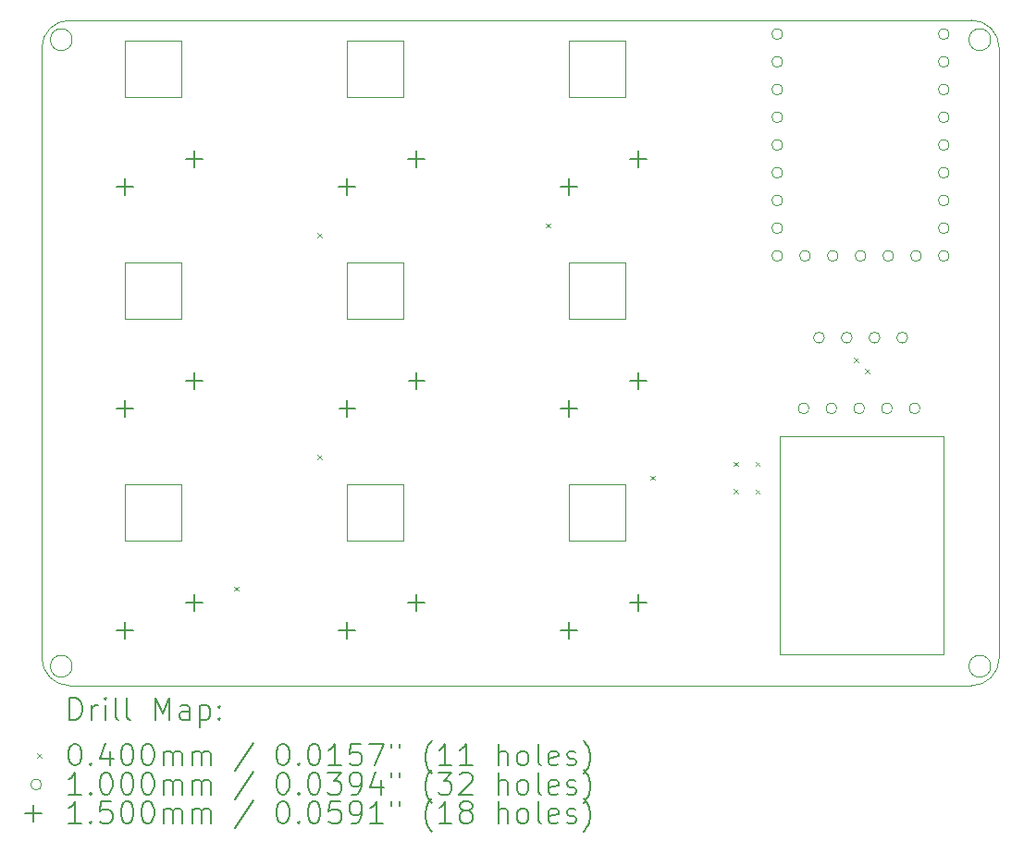
<source format=gbr>
%FSLAX45Y45*%
G04 Gerber Fmt 4.5, Leading zero omitted, Abs format (unit mm)*
G04 Created by KiCad (PCBNEW (6.0.5)) date 2022-06-17 09:42:27*
%MOMM*%
%LPD*%
G01*
G04 APERTURE LIST*
%TA.AperFunction,Profile*%
%ADD10C,0.050000*%
%TD*%
%ADD11C,0.200000*%
%ADD12C,0.040000*%
%ADD13C,0.100000*%
%ADD14C,0.150000*%
G04 APERTURE END LIST*
D10*
X4324154Y-10356775D02*
X3805994Y-10356775D01*
X3805994Y-10356775D02*
X3805994Y-9835615D01*
X3805994Y-9835615D02*
X4324154Y-9835615D01*
X4324154Y-9835615D02*
X4324154Y-10356775D01*
X11557000Y-5588000D02*
X3302000Y-5588000D01*
X8387080Y-8323580D02*
X7868920Y-8323580D01*
X7868920Y-8323580D02*
X7868920Y-7805420D01*
X7868920Y-7805420D02*
X8387080Y-7805420D01*
X8387080Y-7805420D02*
X8387080Y-8323580D01*
X11733200Y-5765800D02*
G75*
G03*
X11733200Y-5765800I-100000J0D01*
G01*
X8387681Y-10356775D02*
X7869521Y-10356775D01*
X7869521Y-10356775D02*
X7869521Y-9836615D01*
X7869521Y-9836615D02*
X8387681Y-9836615D01*
X8387681Y-9836615D02*
X8387681Y-10356775D01*
X4324154Y-8325580D02*
X3805994Y-8325580D01*
X3805994Y-8325580D02*
X3805994Y-7805420D01*
X3805994Y-7805420D02*
X4324154Y-7805420D01*
X4324154Y-7805420D02*
X4324154Y-8325580D01*
X6355917Y-8325580D02*
X5837757Y-8325580D01*
X5837757Y-8325580D02*
X5837757Y-7805420D01*
X5837757Y-7805420D02*
X6355917Y-7805420D01*
X6355917Y-7805420D02*
X6355917Y-8325580D01*
X6355080Y-10357500D02*
X5836920Y-10357500D01*
X5836920Y-10357500D02*
X5836920Y-9837340D01*
X5836920Y-9837340D02*
X6355080Y-9837340D01*
X6355080Y-9837340D02*
X6355080Y-10357500D01*
X11733200Y-11506200D02*
G75*
G03*
X11733200Y-11506200I-100000J0D01*
G01*
X11811000Y-5842000D02*
X11811000Y-11430000D01*
X3048000Y-5842000D02*
X3048000Y-11430000D01*
X3048000Y-11430000D02*
G75*
G03*
X3302000Y-11684000I254000J0D01*
G01*
X4323080Y-6293580D02*
X3804920Y-6293580D01*
X3804920Y-6293580D02*
X3804920Y-5771420D01*
X3804920Y-5771420D02*
X4323080Y-5771420D01*
X4323080Y-5771420D02*
X4323080Y-6293580D01*
X3302000Y-11684000D02*
X11557000Y-11684000D01*
X8387080Y-6292580D02*
X7868920Y-6292580D01*
X7868920Y-6292580D02*
X7868920Y-5773420D01*
X7868920Y-5773420D02*
X8387080Y-5773420D01*
X8387080Y-5773420D02*
X8387080Y-6292580D01*
X3325800Y-5765800D02*
G75*
G03*
X3325800Y-5765800I-100000J0D01*
G01*
X3302000Y-5588000D02*
G75*
G03*
X3048000Y-5842000I0J-254000D01*
G01*
X11811000Y-5842000D02*
G75*
G03*
X11557000Y-5588000I-254000J0D01*
G01*
X6355080Y-6293580D02*
X5836920Y-6293580D01*
X5836920Y-6293580D02*
X5836920Y-5771420D01*
X5836920Y-5771420D02*
X6355080Y-5771420D01*
X6355080Y-5771420D02*
X6355080Y-6293580D01*
X9800000Y-9400000D02*
X11300000Y-9400000D01*
X11300000Y-9400000D02*
X11300000Y-11400000D01*
X11300000Y-11400000D02*
X9800000Y-11400000D01*
X9800000Y-11400000D02*
X9800000Y-9400000D01*
X11557000Y-11684000D02*
G75*
G03*
X11811000Y-11430000I0J254000D01*
G01*
X3325800Y-11506200D02*
G75*
G03*
X3325800Y-11506200I-100000J0D01*
G01*
D11*
D12*
X4806000Y-10775000D02*
X4846000Y-10815000D01*
X4846000Y-10775000D02*
X4806000Y-10815000D01*
X5568000Y-7536500D02*
X5608000Y-7576500D01*
X5608000Y-7536500D02*
X5568000Y-7576500D01*
X5568000Y-9568500D02*
X5608000Y-9608500D01*
X5608000Y-9568500D02*
X5568000Y-9608500D01*
X7663500Y-7447600D02*
X7703500Y-7487600D01*
X7703500Y-7447600D02*
X7663500Y-7487600D01*
X8616000Y-9759000D02*
X8656000Y-9799000D01*
X8656000Y-9759000D02*
X8616000Y-9799000D01*
X9380000Y-9632000D02*
X9420000Y-9672000D01*
X9420000Y-9632000D02*
X9380000Y-9672000D01*
X9380000Y-9880000D02*
X9420000Y-9920000D01*
X9420000Y-9880000D02*
X9380000Y-9920000D01*
X9580000Y-9632000D02*
X9620000Y-9672000D01*
X9620000Y-9632000D02*
X9580000Y-9672000D01*
X9580000Y-9886000D02*
X9620000Y-9926000D01*
X9620000Y-9886000D02*
X9580000Y-9926000D01*
X10480000Y-8680000D02*
X10520000Y-8720000D01*
X10520000Y-8680000D02*
X10480000Y-8720000D01*
X10580000Y-8780000D02*
X10620000Y-8820000D01*
X10620000Y-8780000D02*
X10580000Y-8820000D01*
D13*
X9829000Y-5715000D02*
G75*
G03*
X9829000Y-5715000I-50000J0D01*
G01*
X9829000Y-5969000D02*
G75*
G03*
X9829000Y-5969000I-50000J0D01*
G01*
X9829000Y-6223000D02*
G75*
G03*
X9829000Y-6223000I-50000J0D01*
G01*
X9829000Y-6477000D02*
G75*
G03*
X9829000Y-6477000I-50000J0D01*
G01*
X9829000Y-6731000D02*
G75*
G03*
X9829000Y-6731000I-50000J0D01*
G01*
X9829000Y-6985000D02*
G75*
G03*
X9829000Y-6985000I-50000J0D01*
G01*
X9829000Y-7239000D02*
G75*
G03*
X9829000Y-7239000I-50000J0D01*
G01*
X9829000Y-7493000D02*
G75*
G03*
X9829000Y-7493000I-50000J0D01*
G01*
X9829000Y-7747000D02*
G75*
G03*
X9829000Y-7747000I-50000J0D01*
G01*
X10070300Y-9144000D02*
G75*
G03*
X10070300Y-9144000I-50000J0D01*
G01*
X10083000Y-7747000D02*
G75*
G03*
X10083000Y-7747000I-50000J0D01*
G01*
X10211000Y-8496300D02*
G75*
G03*
X10211000Y-8496300I-50000J0D01*
G01*
X10324300Y-9144000D02*
G75*
G03*
X10324300Y-9144000I-50000J0D01*
G01*
X10337000Y-7747000D02*
G75*
G03*
X10337000Y-7747000I-50000J0D01*
G01*
X10465000Y-8496300D02*
G75*
G03*
X10465000Y-8496300I-50000J0D01*
G01*
X10578300Y-9144000D02*
G75*
G03*
X10578300Y-9144000I-50000J0D01*
G01*
X10591000Y-7747000D02*
G75*
G03*
X10591000Y-7747000I-50000J0D01*
G01*
X10719000Y-8496300D02*
G75*
G03*
X10719000Y-8496300I-50000J0D01*
G01*
X10832300Y-9144000D02*
G75*
G03*
X10832300Y-9144000I-50000J0D01*
G01*
X10845000Y-7747000D02*
G75*
G03*
X10845000Y-7747000I-50000J0D01*
G01*
X10973000Y-8496300D02*
G75*
G03*
X10973000Y-8496300I-50000J0D01*
G01*
X11086300Y-9144000D02*
G75*
G03*
X11086300Y-9144000I-50000J0D01*
G01*
X11099000Y-7747000D02*
G75*
G03*
X11099000Y-7747000I-50000J0D01*
G01*
X11353000Y-5715000D02*
G75*
G03*
X11353000Y-5715000I-50000J0D01*
G01*
X11353000Y-5969000D02*
G75*
G03*
X11353000Y-5969000I-50000J0D01*
G01*
X11353000Y-6223000D02*
G75*
G03*
X11353000Y-6223000I-50000J0D01*
G01*
X11353000Y-6477000D02*
G75*
G03*
X11353000Y-6477000I-50000J0D01*
G01*
X11353000Y-6731000D02*
G75*
G03*
X11353000Y-6731000I-50000J0D01*
G01*
X11353000Y-6985000D02*
G75*
G03*
X11353000Y-6985000I-50000J0D01*
G01*
X11353000Y-7239000D02*
G75*
G03*
X11353000Y-7239000I-50000J0D01*
G01*
X11353000Y-7493000D02*
G75*
G03*
X11353000Y-7493000I-50000J0D01*
G01*
X11353000Y-7747000D02*
G75*
G03*
X11353000Y-7747000I-50000J0D01*
G01*
D14*
X3810000Y-7037000D02*
X3810000Y-7187000D01*
X3735000Y-7112000D02*
X3885000Y-7112000D01*
X3810000Y-9069000D02*
X3810000Y-9219000D01*
X3735000Y-9144000D02*
X3885000Y-9144000D01*
X3810000Y-11101000D02*
X3810000Y-11251000D01*
X3735000Y-11176000D02*
X3885000Y-11176000D01*
X4445000Y-6783000D02*
X4445000Y-6933000D01*
X4370000Y-6858000D02*
X4520000Y-6858000D01*
X4445000Y-8815000D02*
X4445000Y-8965000D01*
X4370000Y-8890000D02*
X4520000Y-8890000D01*
X4445000Y-10847000D02*
X4445000Y-10997000D01*
X4370000Y-10922000D02*
X4520000Y-10922000D01*
X5842000Y-7037000D02*
X5842000Y-7187000D01*
X5767000Y-7112000D02*
X5917000Y-7112000D01*
X5842000Y-11101000D02*
X5842000Y-11251000D01*
X5767000Y-11176000D02*
X5917000Y-11176000D01*
X5843922Y-9069961D02*
X5843922Y-9219961D01*
X5768922Y-9144961D02*
X5918922Y-9144961D01*
X6477000Y-6783000D02*
X6477000Y-6933000D01*
X6402000Y-6858000D02*
X6552000Y-6858000D01*
X6477000Y-10847000D02*
X6477000Y-10997000D01*
X6402000Y-10922000D02*
X6552000Y-10922000D01*
X6478922Y-8815961D02*
X6478922Y-8965961D01*
X6403922Y-8890961D02*
X6553922Y-8890961D01*
X7874000Y-7037000D02*
X7874000Y-7187000D01*
X7799000Y-7112000D02*
X7949000Y-7112000D01*
X7874000Y-9069000D02*
X7874000Y-9219000D01*
X7799000Y-9144000D02*
X7949000Y-9144000D01*
X7874000Y-11101000D02*
X7874000Y-11251000D01*
X7799000Y-11176000D02*
X7949000Y-11176000D01*
X8509000Y-6783000D02*
X8509000Y-6933000D01*
X8434000Y-6858000D02*
X8584000Y-6858000D01*
X8509000Y-8815000D02*
X8509000Y-8965000D01*
X8434000Y-8890000D02*
X8584000Y-8890000D01*
X8509000Y-10847000D02*
X8509000Y-10997000D01*
X8434000Y-10922000D02*
X8584000Y-10922000D01*
D11*
X3303119Y-11996976D02*
X3303119Y-11796976D01*
X3350738Y-11796976D01*
X3379309Y-11806500D01*
X3398357Y-11825548D01*
X3407881Y-11844595D01*
X3417405Y-11882690D01*
X3417405Y-11911262D01*
X3407881Y-11949357D01*
X3398357Y-11968405D01*
X3379309Y-11987452D01*
X3350738Y-11996976D01*
X3303119Y-11996976D01*
X3503119Y-11996976D02*
X3503119Y-11863643D01*
X3503119Y-11901738D02*
X3512643Y-11882690D01*
X3522167Y-11873167D01*
X3541214Y-11863643D01*
X3560262Y-11863643D01*
X3626928Y-11996976D02*
X3626928Y-11863643D01*
X3626928Y-11796976D02*
X3617405Y-11806500D01*
X3626928Y-11816024D01*
X3636452Y-11806500D01*
X3626928Y-11796976D01*
X3626928Y-11816024D01*
X3750738Y-11996976D02*
X3731690Y-11987452D01*
X3722167Y-11968405D01*
X3722167Y-11796976D01*
X3855500Y-11996976D02*
X3836452Y-11987452D01*
X3826928Y-11968405D01*
X3826928Y-11796976D01*
X4084071Y-11996976D02*
X4084071Y-11796976D01*
X4150738Y-11939833D01*
X4217405Y-11796976D01*
X4217405Y-11996976D01*
X4398357Y-11996976D02*
X4398357Y-11892214D01*
X4388833Y-11873167D01*
X4369786Y-11863643D01*
X4331690Y-11863643D01*
X4312643Y-11873167D01*
X4398357Y-11987452D02*
X4379310Y-11996976D01*
X4331690Y-11996976D01*
X4312643Y-11987452D01*
X4303119Y-11968405D01*
X4303119Y-11949357D01*
X4312643Y-11930309D01*
X4331690Y-11920786D01*
X4379310Y-11920786D01*
X4398357Y-11911262D01*
X4493595Y-11863643D02*
X4493595Y-12063643D01*
X4493595Y-11873167D02*
X4512643Y-11863643D01*
X4550738Y-11863643D01*
X4569786Y-11873167D01*
X4579310Y-11882690D01*
X4588833Y-11901738D01*
X4588833Y-11958881D01*
X4579310Y-11977928D01*
X4569786Y-11987452D01*
X4550738Y-11996976D01*
X4512643Y-11996976D01*
X4493595Y-11987452D01*
X4674548Y-11977928D02*
X4684071Y-11987452D01*
X4674548Y-11996976D01*
X4665024Y-11987452D01*
X4674548Y-11977928D01*
X4674548Y-11996976D01*
X4674548Y-11873167D02*
X4684071Y-11882690D01*
X4674548Y-11892214D01*
X4665024Y-11882690D01*
X4674548Y-11873167D01*
X4674548Y-11892214D01*
D12*
X3005500Y-12306500D02*
X3045500Y-12346500D01*
X3045500Y-12306500D02*
X3005500Y-12346500D01*
D11*
X3341214Y-12216976D02*
X3360262Y-12216976D01*
X3379309Y-12226500D01*
X3388833Y-12236024D01*
X3398357Y-12255071D01*
X3407881Y-12293167D01*
X3407881Y-12340786D01*
X3398357Y-12378881D01*
X3388833Y-12397928D01*
X3379309Y-12407452D01*
X3360262Y-12416976D01*
X3341214Y-12416976D01*
X3322167Y-12407452D01*
X3312643Y-12397928D01*
X3303119Y-12378881D01*
X3293595Y-12340786D01*
X3293595Y-12293167D01*
X3303119Y-12255071D01*
X3312643Y-12236024D01*
X3322167Y-12226500D01*
X3341214Y-12216976D01*
X3493595Y-12397928D02*
X3503119Y-12407452D01*
X3493595Y-12416976D01*
X3484071Y-12407452D01*
X3493595Y-12397928D01*
X3493595Y-12416976D01*
X3674548Y-12283643D02*
X3674548Y-12416976D01*
X3626928Y-12207452D02*
X3579309Y-12350309D01*
X3703119Y-12350309D01*
X3817405Y-12216976D02*
X3836452Y-12216976D01*
X3855500Y-12226500D01*
X3865024Y-12236024D01*
X3874548Y-12255071D01*
X3884071Y-12293167D01*
X3884071Y-12340786D01*
X3874548Y-12378881D01*
X3865024Y-12397928D01*
X3855500Y-12407452D01*
X3836452Y-12416976D01*
X3817405Y-12416976D01*
X3798357Y-12407452D01*
X3788833Y-12397928D01*
X3779309Y-12378881D01*
X3769786Y-12340786D01*
X3769786Y-12293167D01*
X3779309Y-12255071D01*
X3788833Y-12236024D01*
X3798357Y-12226500D01*
X3817405Y-12216976D01*
X4007881Y-12216976D02*
X4026928Y-12216976D01*
X4045976Y-12226500D01*
X4055500Y-12236024D01*
X4065024Y-12255071D01*
X4074548Y-12293167D01*
X4074548Y-12340786D01*
X4065024Y-12378881D01*
X4055500Y-12397928D01*
X4045976Y-12407452D01*
X4026928Y-12416976D01*
X4007881Y-12416976D01*
X3988833Y-12407452D01*
X3979309Y-12397928D01*
X3969786Y-12378881D01*
X3960262Y-12340786D01*
X3960262Y-12293167D01*
X3969786Y-12255071D01*
X3979309Y-12236024D01*
X3988833Y-12226500D01*
X4007881Y-12216976D01*
X4160262Y-12416976D02*
X4160262Y-12283643D01*
X4160262Y-12302690D02*
X4169786Y-12293167D01*
X4188833Y-12283643D01*
X4217405Y-12283643D01*
X4236452Y-12293167D01*
X4245976Y-12312214D01*
X4245976Y-12416976D01*
X4245976Y-12312214D02*
X4255500Y-12293167D01*
X4274548Y-12283643D01*
X4303119Y-12283643D01*
X4322167Y-12293167D01*
X4331690Y-12312214D01*
X4331690Y-12416976D01*
X4426929Y-12416976D02*
X4426929Y-12283643D01*
X4426929Y-12302690D02*
X4436452Y-12293167D01*
X4455500Y-12283643D01*
X4484071Y-12283643D01*
X4503119Y-12293167D01*
X4512643Y-12312214D01*
X4512643Y-12416976D01*
X4512643Y-12312214D02*
X4522167Y-12293167D01*
X4541214Y-12283643D01*
X4569786Y-12283643D01*
X4588833Y-12293167D01*
X4598357Y-12312214D01*
X4598357Y-12416976D01*
X4988833Y-12207452D02*
X4817405Y-12464595D01*
X5245976Y-12216976D02*
X5265024Y-12216976D01*
X5284071Y-12226500D01*
X5293595Y-12236024D01*
X5303119Y-12255071D01*
X5312643Y-12293167D01*
X5312643Y-12340786D01*
X5303119Y-12378881D01*
X5293595Y-12397928D01*
X5284071Y-12407452D01*
X5265024Y-12416976D01*
X5245976Y-12416976D01*
X5226929Y-12407452D01*
X5217405Y-12397928D01*
X5207881Y-12378881D01*
X5198357Y-12340786D01*
X5198357Y-12293167D01*
X5207881Y-12255071D01*
X5217405Y-12236024D01*
X5226929Y-12226500D01*
X5245976Y-12216976D01*
X5398357Y-12397928D02*
X5407881Y-12407452D01*
X5398357Y-12416976D01*
X5388833Y-12407452D01*
X5398357Y-12397928D01*
X5398357Y-12416976D01*
X5531690Y-12216976D02*
X5550738Y-12216976D01*
X5569786Y-12226500D01*
X5579310Y-12236024D01*
X5588833Y-12255071D01*
X5598357Y-12293167D01*
X5598357Y-12340786D01*
X5588833Y-12378881D01*
X5579310Y-12397928D01*
X5569786Y-12407452D01*
X5550738Y-12416976D01*
X5531690Y-12416976D01*
X5512643Y-12407452D01*
X5503119Y-12397928D01*
X5493595Y-12378881D01*
X5484071Y-12340786D01*
X5484071Y-12293167D01*
X5493595Y-12255071D01*
X5503119Y-12236024D01*
X5512643Y-12226500D01*
X5531690Y-12216976D01*
X5788833Y-12416976D02*
X5674548Y-12416976D01*
X5731690Y-12416976D02*
X5731690Y-12216976D01*
X5712643Y-12245548D01*
X5693595Y-12264595D01*
X5674548Y-12274119D01*
X5969786Y-12216976D02*
X5874548Y-12216976D01*
X5865024Y-12312214D01*
X5874548Y-12302690D01*
X5893595Y-12293167D01*
X5941214Y-12293167D01*
X5960262Y-12302690D01*
X5969786Y-12312214D01*
X5979309Y-12331262D01*
X5979309Y-12378881D01*
X5969786Y-12397928D01*
X5960262Y-12407452D01*
X5941214Y-12416976D01*
X5893595Y-12416976D01*
X5874548Y-12407452D01*
X5865024Y-12397928D01*
X6045976Y-12216976D02*
X6179309Y-12216976D01*
X6093595Y-12416976D01*
X6245976Y-12216976D02*
X6245976Y-12255071D01*
X6322167Y-12216976D02*
X6322167Y-12255071D01*
X6617405Y-12493167D02*
X6607881Y-12483643D01*
X6588833Y-12455071D01*
X6579309Y-12436024D01*
X6569786Y-12407452D01*
X6560262Y-12359833D01*
X6560262Y-12321738D01*
X6569786Y-12274119D01*
X6579309Y-12245548D01*
X6588833Y-12226500D01*
X6607881Y-12197928D01*
X6617405Y-12188405D01*
X6798357Y-12416976D02*
X6684071Y-12416976D01*
X6741214Y-12416976D02*
X6741214Y-12216976D01*
X6722167Y-12245548D01*
X6703119Y-12264595D01*
X6684071Y-12274119D01*
X6988833Y-12416976D02*
X6874548Y-12416976D01*
X6931690Y-12416976D02*
X6931690Y-12216976D01*
X6912643Y-12245548D01*
X6893595Y-12264595D01*
X6874548Y-12274119D01*
X7226928Y-12416976D02*
X7226928Y-12216976D01*
X7312643Y-12416976D02*
X7312643Y-12312214D01*
X7303119Y-12293167D01*
X7284071Y-12283643D01*
X7255500Y-12283643D01*
X7236452Y-12293167D01*
X7226928Y-12302690D01*
X7436452Y-12416976D02*
X7417405Y-12407452D01*
X7407881Y-12397928D01*
X7398357Y-12378881D01*
X7398357Y-12321738D01*
X7407881Y-12302690D01*
X7417405Y-12293167D01*
X7436452Y-12283643D01*
X7465024Y-12283643D01*
X7484071Y-12293167D01*
X7493595Y-12302690D01*
X7503119Y-12321738D01*
X7503119Y-12378881D01*
X7493595Y-12397928D01*
X7484071Y-12407452D01*
X7465024Y-12416976D01*
X7436452Y-12416976D01*
X7617405Y-12416976D02*
X7598357Y-12407452D01*
X7588833Y-12388405D01*
X7588833Y-12216976D01*
X7769786Y-12407452D02*
X7750738Y-12416976D01*
X7712643Y-12416976D01*
X7693595Y-12407452D01*
X7684071Y-12388405D01*
X7684071Y-12312214D01*
X7693595Y-12293167D01*
X7712643Y-12283643D01*
X7750738Y-12283643D01*
X7769786Y-12293167D01*
X7779309Y-12312214D01*
X7779309Y-12331262D01*
X7684071Y-12350309D01*
X7855500Y-12407452D02*
X7874548Y-12416976D01*
X7912643Y-12416976D01*
X7931690Y-12407452D01*
X7941214Y-12388405D01*
X7941214Y-12378881D01*
X7931690Y-12359833D01*
X7912643Y-12350309D01*
X7884071Y-12350309D01*
X7865024Y-12340786D01*
X7855500Y-12321738D01*
X7855500Y-12312214D01*
X7865024Y-12293167D01*
X7884071Y-12283643D01*
X7912643Y-12283643D01*
X7931690Y-12293167D01*
X8007881Y-12493167D02*
X8017405Y-12483643D01*
X8036452Y-12455071D01*
X8045976Y-12436024D01*
X8055500Y-12407452D01*
X8065024Y-12359833D01*
X8065024Y-12321738D01*
X8055500Y-12274119D01*
X8045976Y-12245548D01*
X8036452Y-12226500D01*
X8017405Y-12197928D01*
X8007881Y-12188405D01*
D13*
X3045500Y-12590500D02*
G75*
G03*
X3045500Y-12590500I-50000J0D01*
G01*
D11*
X3407881Y-12680976D02*
X3293595Y-12680976D01*
X3350738Y-12680976D02*
X3350738Y-12480976D01*
X3331690Y-12509548D01*
X3312643Y-12528595D01*
X3293595Y-12538119D01*
X3493595Y-12661928D02*
X3503119Y-12671452D01*
X3493595Y-12680976D01*
X3484071Y-12671452D01*
X3493595Y-12661928D01*
X3493595Y-12680976D01*
X3626928Y-12480976D02*
X3645976Y-12480976D01*
X3665024Y-12490500D01*
X3674548Y-12500024D01*
X3684071Y-12519071D01*
X3693595Y-12557167D01*
X3693595Y-12604786D01*
X3684071Y-12642881D01*
X3674548Y-12661928D01*
X3665024Y-12671452D01*
X3645976Y-12680976D01*
X3626928Y-12680976D01*
X3607881Y-12671452D01*
X3598357Y-12661928D01*
X3588833Y-12642881D01*
X3579309Y-12604786D01*
X3579309Y-12557167D01*
X3588833Y-12519071D01*
X3598357Y-12500024D01*
X3607881Y-12490500D01*
X3626928Y-12480976D01*
X3817405Y-12480976D02*
X3836452Y-12480976D01*
X3855500Y-12490500D01*
X3865024Y-12500024D01*
X3874548Y-12519071D01*
X3884071Y-12557167D01*
X3884071Y-12604786D01*
X3874548Y-12642881D01*
X3865024Y-12661928D01*
X3855500Y-12671452D01*
X3836452Y-12680976D01*
X3817405Y-12680976D01*
X3798357Y-12671452D01*
X3788833Y-12661928D01*
X3779309Y-12642881D01*
X3769786Y-12604786D01*
X3769786Y-12557167D01*
X3779309Y-12519071D01*
X3788833Y-12500024D01*
X3798357Y-12490500D01*
X3817405Y-12480976D01*
X4007881Y-12480976D02*
X4026928Y-12480976D01*
X4045976Y-12490500D01*
X4055500Y-12500024D01*
X4065024Y-12519071D01*
X4074548Y-12557167D01*
X4074548Y-12604786D01*
X4065024Y-12642881D01*
X4055500Y-12661928D01*
X4045976Y-12671452D01*
X4026928Y-12680976D01*
X4007881Y-12680976D01*
X3988833Y-12671452D01*
X3979309Y-12661928D01*
X3969786Y-12642881D01*
X3960262Y-12604786D01*
X3960262Y-12557167D01*
X3969786Y-12519071D01*
X3979309Y-12500024D01*
X3988833Y-12490500D01*
X4007881Y-12480976D01*
X4160262Y-12680976D02*
X4160262Y-12547643D01*
X4160262Y-12566690D02*
X4169786Y-12557167D01*
X4188833Y-12547643D01*
X4217405Y-12547643D01*
X4236452Y-12557167D01*
X4245976Y-12576214D01*
X4245976Y-12680976D01*
X4245976Y-12576214D02*
X4255500Y-12557167D01*
X4274548Y-12547643D01*
X4303119Y-12547643D01*
X4322167Y-12557167D01*
X4331690Y-12576214D01*
X4331690Y-12680976D01*
X4426929Y-12680976D02*
X4426929Y-12547643D01*
X4426929Y-12566690D02*
X4436452Y-12557167D01*
X4455500Y-12547643D01*
X4484071Y-12547643D01*
X4503119Y-12557167D01*
X4512643Y-12576214D01*
X4512643Y-12680976D01*
X4512643Y-12576214D02*
X4522167Y-12557167D01*
X4541214Y-12547643D01*
X4569786Y-12547643D01*
X4588833Y-12557167D01*
X4598357Y-12576214D01*
X4598357Y-12680976D01*
X4988833Y-12471452D02*
X4817405Y-12728595D01*
X5245976Y-12480976D02*
X5265024Y-12480976D01*
X5284071Y-12490500D01*
X5293595Y-12500024D01*
X5303119Y-12519071D01*
X5312643Y-12557167D01*
X5312643Y-12604786D01*
X5303119Y-12642881D01*
X5293595Y-12661928D01*
X5284071Y-12671452D01*
X5265024Y-12680976D01*
X5245976Y-12680976D01*
X5226929Y-12671452D01*
X5217405Y-12661928D01*
X5207881Y-12642881D01*
X5198357Y-12604786D01*
X5198357Y-12557167D01*
X5207881Y-12519071D01*
X5217405Y-12500024D01*
X5226929Y-12490500D01*
X5245976Y-12480976D01*
X5398357Y-12661928D02*
X5407881Y-12671452D01*
X5398357Y-12680976D01*
X5388833Y-12671452D01*
X5398357Y-12661928D01*
X5398357Y-12680976D01*
X5531690Y-12480976D02*
X5550738Y-12480976D01*
X5569786Y-12490500D01*
X5579310Y-12500024D01*
X5588833Y-12519071D01*
X5598357Y-12557167D01*
X5598357Y-12604786D01*
X5588833Y-12642881D01*
X5579310Y-12661928D01*
X5569786Y-12671452D01*
X5550738Y-12680976D01*
X5531690Y-12680976D01*
X5512643Y-12671452D01*
X5503119Y-12661928D01*
X5493595Y-12642881D01*
X5484071Y-12604786D01*
X5484071Y-12557167D01*
X5493595Y-12519071D01*
X5503119Y-12500024D01*
X5512643Y-12490500D01*
X5531690Y-12480976D01*
X5665024Y-12480976D02*
X5788833Y-12480976D01*
X5722167Y-12557167D01*
X5750738Y-12557167D01*
X5769786Y-12566690D01*
X5779309Y-12576214D01*
X5788833Y-12595262D01*
X5788833Y-12642881D01*
X5779309Y-12661928D01*
X5769786Y-12671452D01*
X5750738Y-12680976D01*
X5693595Y-12680976D01*
X5674548Y-12671452D01*
X5665024Y-12661928D01*
X5884071Y-12680976D02*
X5922167Y-12680976D01*
X5941214Y-12671452D01*
X5950738Y-12661928D01*
X5969786Y-12633357D01*
X5979309Y-12595262D01*
X5979309Y-12519071D01*
X5969786Y-12500024D01*
X5960262Y-12490500D01*
X5941214Y-12480976D01*
X5903119Y-12480976D01*
X5884071Y-12490500D01*
X5874548Y-12500024D01*
X5865024Y-12519071D01*
X5865024Y-12566690D01*
X5874548Y-12585738D01*
X5884071Y-12595262D01*
X5903119Y-12604786D01*
X5941214Y-12604786D01*
X5960262Y-12595262D01*
X5969786Y-12585738D01*
X5979309Y-12566690D01*
X6150738Y-12547643D02*
X6150738Y-12680976D01*
X6103119Y-12471452D02*
X6055500Y-12614309D01*
X6179309Y-12614309D01*
X6245976Y-12480976D02*
X6245976Y-12519071D01*
X6322167Y-12480976D02*
X6322167Y-12519071D01*
X6617405Y-12757167D02*
X6607881Y-12747643D01*
X6588833Y-12719071D01*
X6579309Y-12700024D01*
X6569786Y-12671452D01*
X6560262Y-12623833D01*
X6560262Y-12585738D01*
X6569786Y-12538119D01*
X6579309Y-12509548D01*
X6588833Y-12490500D01*
X6607881Y-12461928D01*
X6617405Y-12452405D01*
X6674548Y-12480976D02*
X6798357Y-12480976D01*
X6731690Y-12557167D01*
X6760262Y-12557167D01*
X6779309Y-12566690D01*
X6788833Y-12576214D01*
X6798357Y-12595262D01*
X6798357Y-12642881D01*
X6788833Y-12661928D01*
X6779309Y-12671452D01*
X6760262Y-12680976D01*
X6703119Y-12680976D01*
X6684071Y-12671452D01*
X6674548Y-12661928D01*
X6874548Y-12500024D02*
X6884071Y-12490500D01*
X6903119Y-12480976D01*
X6950738Y-12480976D01*
X6969786Y-12490500D01*
X6979309Y-12500024D01*
X6988833Y-12519071D01*
X6988833Y-12538119D01*
X6979309Y-12566690D01*
X6865024Y-12680976D01*
X6988833Y-12680976D01*
X7226928Y-12680976D02*
X7226928Y-12480976D01*
X7312643Y-12680976D02*
X7312643Y-12576214D01*
X7303119Y-12557167D01*
X7284071Y-12547643D01*
X7255500Y-12547643D01*
X7236452Y-12557167D01*
X7226928Y-12566690D01*
X7436452Y-12680976D02*
X7417405Y-12671452D01*
X7407881Y-12661928D01*
X7398357Y-12642881D01*
X7398357Y-12585738D01*
X7407881Y-12566690D01*
X7417405Y-12557167D01*
X7436452Y-12547643D01*
X7465024Y-12547643D01*
X7484071Y-12557167D01*
X7493595Y-12566690D01*
X7503119Y-12585738D01*
X7503119Y-12642881D01*
X7493595Y-12661928D01*
X7484071Y-12671452D01*
X7465024Y-12680976D01*
X7436452Y-12680976D01*
X7617405Y-12680976D02*
X7598357Y-12671452D01*
X7588833Y-12652405D01*
X7588833Y-12480976D01*
X7769786Y-12671452D02*
X7750738Y-12680976D01*
X7712643Y-12680976D01*
X7693595Y-12671452D01*
X7684071Y-12652405D01*
X7684071Y-12576214D01*
X7693595Y-12557167D01*
X7712643Y-12547643D01*
X7750738Y-12547643D01*
X7769786Y-12557167D01*
X7779309Y-12576214D01*
X7779309Y-12595262D01*
X7684071Y-12614309D01*
X7855500Y-12671452D02*
X7874548Y-12680976D01*
X7912643Y-12680976D01*
X7931690Y-12671452D01*
X7941214Y-12652405D01*
X7941214Y-12642881D01*
X7931690Y-12623833D01*
X7912643Y-12614309D01*
X7884071Y-12614309D01*
X7865024Y-12604786D01*
X7855500Y-12585738D01*
X7855500Y-12576214D01*
X7865024Y-12557167D01*
X7884071Y-12547643D01*
X7912643Y-12547643D01*
X7931690Y-12557167D01*
X8007881Y-12757167D02*
X8017405Y-12747643D01*
X8036452Y-12719071D01*
X8045976Y-12700024D01*
X8055500Y-12671452D01*
X8065024Y-12623833D01*
X8065024Y-12585738D01*
X8055500Y-12538119D01*
X8045976Y-12509548D01*
X8036452Y-12490500D01*
X8017405Y-12461928D01*
X8007881Y-12452405D01*
D14*
X2970500Y-12779500D02*
X2970500Y-12929500D01*
X2895500Y-12854500D02*
X3045500Y-12854500D01*
D11*
X3407881Y-12944976D02*
X3293595Y-12944976D01*
X3350738Y-12944976D02*
X3350738Y-12744976D01*
X3331690Y-12773548D01*
X3312643Y-12792595D01*
X3293595Y-12802119D01*
X3493595Y-12925928D02*
X3503119Y-12935452D01*
X3493595Y-12944976D01*
X3484071Y-12935452D01*
X3493595Y-12925928D01*
X3493595Y-12944976D01*
X3684071Y-12744976D02*
X3588833Y-12744976D01*
X3579309Y-12840214D01*
X3588833Y-12830690D01*
X3607881Y-12821167D01*
X3655500Y-12821167D01*
X3674548Y-12830690D01*
X3684071Y-12840214D01*
X3693595Y-12859262D01*
X3693595Y-12906881D01*
X3684071Y-12925928D01*
X3674548Y-12935452D01*
X3655500Y-12944976D01*
X3607881Y-12944976D01*
X3588833Y-12935452D01*
X3579309Y-12925928D01*
X3817405Y-12744976D02*
X3836452Y-12744976D01*
X3855500Y-12754500D01*
X3865024Y-12764024D01*
X3874548Y-12783071D01*
X3884071Y-12821167D01*
X3884071Y-12868786D01*
X3874548Y-12906881D01*
X3865024Y-12925928D01*
X3855500Y-12935452D01*
X3836452Y-12944976D01*
X3817405Y-12944976D01*
X3798357Y-12935452D01*
X3788833Y-12925928D01*
X3779309Y-12906881D01*
X3769786Y-12868786D01*
X3769786Y-12821167D01*
X3779309Y-12783071D01*
X3788833Y-12764024D01*
X3798357Y-12754500D01*
X3817405Y-12744976D01*
X4007881Y-12744976D02*
X4026928Y-12744976D01*
X4045976Y-12754500D01*
X4055500Y-12764024D01*
X4065024Y-12783071D01*
X4074548Y-12821167D01*
X4074548Y-12868786D01*
X4065024Y-12906881D01*
X4055500Y-12925928D01*
X4045976Y-12935452D01*
X4026928Y-12944976D01*
X4007881Y-12944976D01*
X3988833Y-12935452D01*
X3979309Y-12925928D01*
X3969786Y-12906881D01*
X3960262Y-12868786D01*
X3960262Y-12821167D01*
X3969786Y-12783071D01*
X3979309Y-12764024D01*
X3988833Y-12754500D01*
X4007881Y-12744976D01*
X4160262Y-12944976D02*
X4160262Y-12811643D01*
X4160262Y-12830690D02*
X4169786Y-12821167D01*
X4188833Y-12811643D01*
X4217405Y-12811643D01*
X4236452Y-12821167D01*
X4245976Y-12840214D01*
X4245976Y-12944976D01*
X4245976Y-12840214D02*
X4255500Y-12821167D01*
X4274548Y-12811643D01*
X4303119Y-12811643D01*
X4322167Y-12821167D01*
X4331690Y-12840214D01*
X4331690Y-12944976D01*
X4426929Y-12944976D02*
X4426929Y-12811643D01*
X4426929Y-12830690D02*
X4436452Y-12821167D01*
X4455500Y-12811643D01*
X4484071Y-12811643D01*
X4503119Y-12821167D01*
X4512643Y-12840214D01*
X4512643Y-12944976D01*
X4512643Y-12840214D02*
X4522167Y-12821167D01*
X4541214Y-12811643D01*
X4569786Y-12811643D01*
X4588833Y-12821167D01*
X4598357Y-12840214D01*
X4598357Y-12944976D01*
X4988833Y-12735452D02*
X4817405Y-12992595D01*
X5245976Y-12744976D02*
X5265024Y-12744976D01*
X5284071Y-12754500D01*
X5293595Y-12764024D01*
X5303119Y-12783071D01*
X5312643Y-12821167D01*
X5312643Y-12868786D01*
X5303119Y-12906881D01*
X5293595Y-12925928D01*
X5284071Y-12935452D01*
X5265024Y-12944976D01*
X5245976Y-12944976D01*
X5226929Y-12935452D01*
X5217405Y-12925928D01*
X5207881Y-12906881D01*
X5198357Y-12868786D01*
X5198357Y-12821167D01*
X5207881Y-12783071D01*
X5217405Y-12764024D01*
X5226929Y-12754500D01*
X5245976Y-12744976D01*
X5398357Y-12925928D02*
X5407881Y-12935452D01*
X5398357Y-12944976D01*
X5388833Y-12935452D01*
X5398357Y-12925928D01*
X5398357Y-12944976D01*
X5531690Y-12744976D02*
X5550738Y-12744976D01*
X5569786Y-12754500D01*
X5579310Y-12764024D01*
X5588833Y-12783071D01*
X5598357Y-12821167D01*
X5598357Y-12868786D01*
X5588833Y-12906881D01*
X5579310Y-12925928D01*
X5569786Y-12935452D01*
X5550738Y-12944976D01*
X5531690Y-12944976D01*
X5512643Y-12935452D01*
X5503119Y-12925928D01*
X5493595Y-12906881D01*
X5484071Y-12868786D01*
X5484071Y-12821167D01*
X5493595Y-12783071D01*
X5503119Y-12764024D01*
X5512643Y-12754500D01*
X5531690Y-12744976D01*
X5779309Y-12744976D02*
X5684071Y-12744976D01*
X5674548Y-12840214D01*
X5684071Y-12830690D01*
X5703119Y-12821167D01*
X5750738Y-12821167D01*
X5769786Y-12830690D01*
X5779309Y-12840214D01*
X5788833Y-12859262D01*
X5788833Y-12906881D01*
X5779309Y-12925928D01*
X5769786Y-12935452D01*
X5750738Y-12944976D01*
X5703119Y-12944976D01*
X5684071Y-12935452D01*
X5674548Y-12925928D01*
X5884071Y-12944976D02*
X5922167Y-12944976D01*
X5941214Y-12935452D01*
X5950738Y-12925928D01*
X5969786Y-12897357D01*
X5979309Y-12859262D01*
X5979309Y-12783071D01*
X5969786Y-12764024D01*
X5960262Y-12754500D01*
X5941214Y-12744976D01*
X5903119Y-12744976D01*
X5884071Y-12754500D01*
X5874548Y-12764024D01*
X5865024Y-12783071D01*
X5865024Y-12830690D01*
X5874548Y-12849738D01*
X5884071Y-12859262D01*
X5903119Y-12868786D01*
X5941214Y-12868786D01*
X5960262Y-12859262D01*
X5969786Y-12849738D01*
X5979309Y-12830690D01*
X6169786Y-12944976D02*
X6055500Y-12944976D01*
X6112643Y-12944976D02*
X6112643Y-12744976D01*
X6093595Y-12773548D01*
X6074548Y-12792595D01*
X6055500Y-12802119D01*
X6245976Y-12744976D02*
X6245976Y-12783071D01*
X6322167Y-12744976D02*
X6322167Y-12783071D01*
X6617405Y-13021167D02*
X6607881Y-13011643D01*
X6588833Y-12983071D01*
X6579309Y-12964024D01*
X6569786Y-12935452D01*
X6560262Y-12887833D01*
X6560262Y-12849738D01*
X6569786Y-12802119D01*
X6579309Y-12773548D01*
X6588833Y-12754500D01*
X6607881Y-12725928D01*
X6617405Y-12716405D01*
X6798357Y-12944976D02*
X6684071Y-12944976D01*
X6741214Y-12944976D02*
X6741214Y-12744976D01*
X6722167Y-12773548D01*
X6703119Y-12792595D01*
X6684071Y-12802119D01*
X6912643Y-12830690D02*
X6893595Y-12821167D01*
X6884071Y-12811643D01*
X6874548Y-12792595D01*
X6874548Y-12783071D01*
X6884071Y-12764024D01*
X6893595Y-12754500D01*
X6912643Y-12744976D01*
X6950738Y-12744976D01*
X6969786Y-12754500D01*
X6979309Y-12764024D01*
X6988833Y-12783071D01*
X6988833Y-12792595D01*
X6979309Y-12811643D01*
X6969786Y-12821167D01*
X6950738Y-12830690D01*
X6912643Y-12830690D01*
X6893595Y-12840214D01*
X6884071Y-12849738D01*
X6874548Y-12868786D01*
X6874548Y-12906881D01*
X6884071Y-12925928D01*
X6893595Y-12935452D01*
X6912643Y-12944976D01*
X6950738Y-12944976D01*
X6969786Y-12935452D01*
X6979309Y-12925928D01*
X6988833Y-12906881D01*
X6988833Y-12868786D01*
X6979309Y-12849738D01*
X6969786Y-12840214D01*
X6950738Y-12830690D01*
X7226928Y-12944976D02*
X7226928Y-12744976D01*
X7312643Y-12944976D02*
X7312643Y-12840214D01*
X7303119Y-12821167D01*
X7284071Y-12811643D01*
X7255500Y-12811643D01*
X7236452Y-12821167D01*
X7226928Y-12830690D01*
X7436452Y-12944976D02*
X7417405Y-12935452D01*
X7407881Y-12925928D01*
X7398357Y-12906881D01*
X7398357Y-12849738D01*
X7407881Y-12830690D01*
X7417405Y-12821167D01*
X7436452Y-12811643D01*
X7465024Y-12811643D01*
X7484071Y-12821167D01*
X7493595Y-12830690D01*
X7503119Y-12849738D01*
X7503119Y-12906881D01*
X7493595Y-12925928D01*
X7484071Y-12935452D01*
X7465024Y-12944976D01*
X7436452Y-12944976D01*
X7617405Y-12944976D02*
X7598357Y-12935452D01*
X7588833Y-12916405D01*
X7588833Y-12744976D01*
X7769786Y-12935452D02*
X7750738Y-12944976D01*
X7712643Y-12944976D01*
X7693595Y-12935452D01*
X7684071Y-12916405D01*
X7684071Y-12840214D01*
X7693595Y-12821167D01*
X7712643Y-12811643D01*
X7750738Y-12811643D01*
X7769786Y-12821167D01*
X7779309Y-12840214D01*
X7779309Y-12859262D01*
X7684071Y-12878309D01*
X7855500Y-12935452D02*
X7874548Y-12944976D01*
X7912643Y-12944976D01*
X7931690Y-12935452D01*
X7941214Y-12916405D01*
X7941214Y-12906881D01*
X7931690Y-12887833D01*
X7912643Y-12878309D01*
X7884071Y-12878309D01*
X7865024Y-12868786D01*
X7855500Y-12849738D01*
X7855500Y-12840214D01*
X7865024Y-12821167D01*
X7884071Y-12811643D01*
X7912643Y-12811643D01*
X7931690Y-12821167D01*
X8007881Y-13021167D02*
X8017405Y-13011643D01*
X8036452Y-12983071D01*
X8045976Y-12964024D01*
X8055500Y-12935452D01*
X8065024Y-12887833D01*
X8065024Y-12849738D01*
X8055500Y-12802119D01*
X8045976Y-12773548D01*
X8036452Y-12754500D01*
X8017405Y-12725928D01*
X8007881Y-12716405D01*
M02*

</source>
